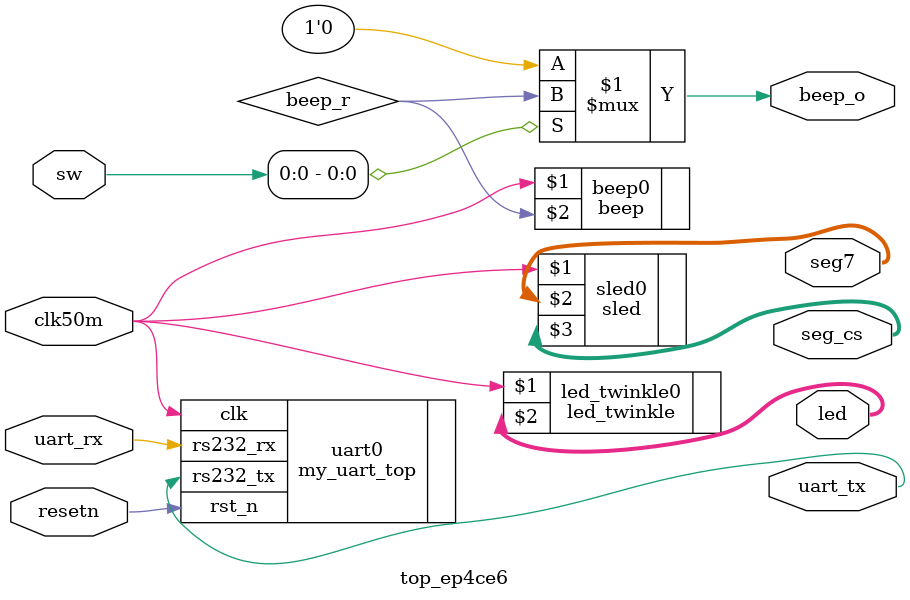
<source format=v>
module top_ep4ce6 (
                input wire resetn,
                input wire clk50m,
                input wire uart_rx,
                input wire [3:0] sw,
                output wire uart_tx,
                output wire beep_o,
                output wire [4:0] led,
                output wire [7:0] seg7,
                output wire [3:0] seg_cs );

        `define sysclk 50
        `define test_mode

        `ifdef test_mode
        `endif

        wire beep_r;

        assign beep_o = sw[0]?beep_r:1'b0;

//    my_and add0(sw[0], sw[1], led[0]);
//    my_and add0(sw[0], sw[1], led[0]);
//    my_decode decode0( sw[1:0], sw[2], led );
    led_twinkle led_twinkle0( clk50m, led );
    sled sled0( clk50m, seg7, seg_cs );
    beep beep0( clk50m, beep_r );

    my_uart_top uart0(
                .clk(clk50m),
                .rst_n(resetn),
                .rs232_rx(uart_rx),
                .rs232_tx(uart_tx)
                );
endmodule

</source>
